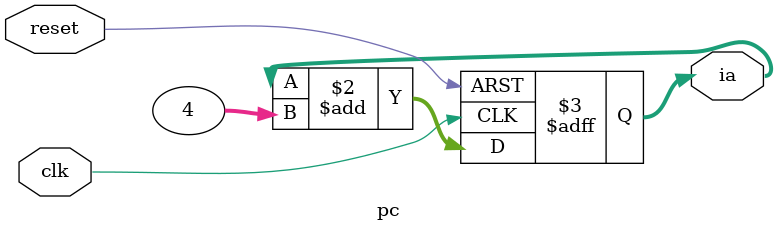
<source format=sv>
module pc(
    input logic clk,
    input logic reset,
    output logic [31:0] ia   
);
    always_ff @(posedge clk or posedge reset) begin
        if (reset) begin
            ia <= 32'd0;
        end else begin
            ia <= ia + 32'd4;
        end
    end
endmodule
</source>
